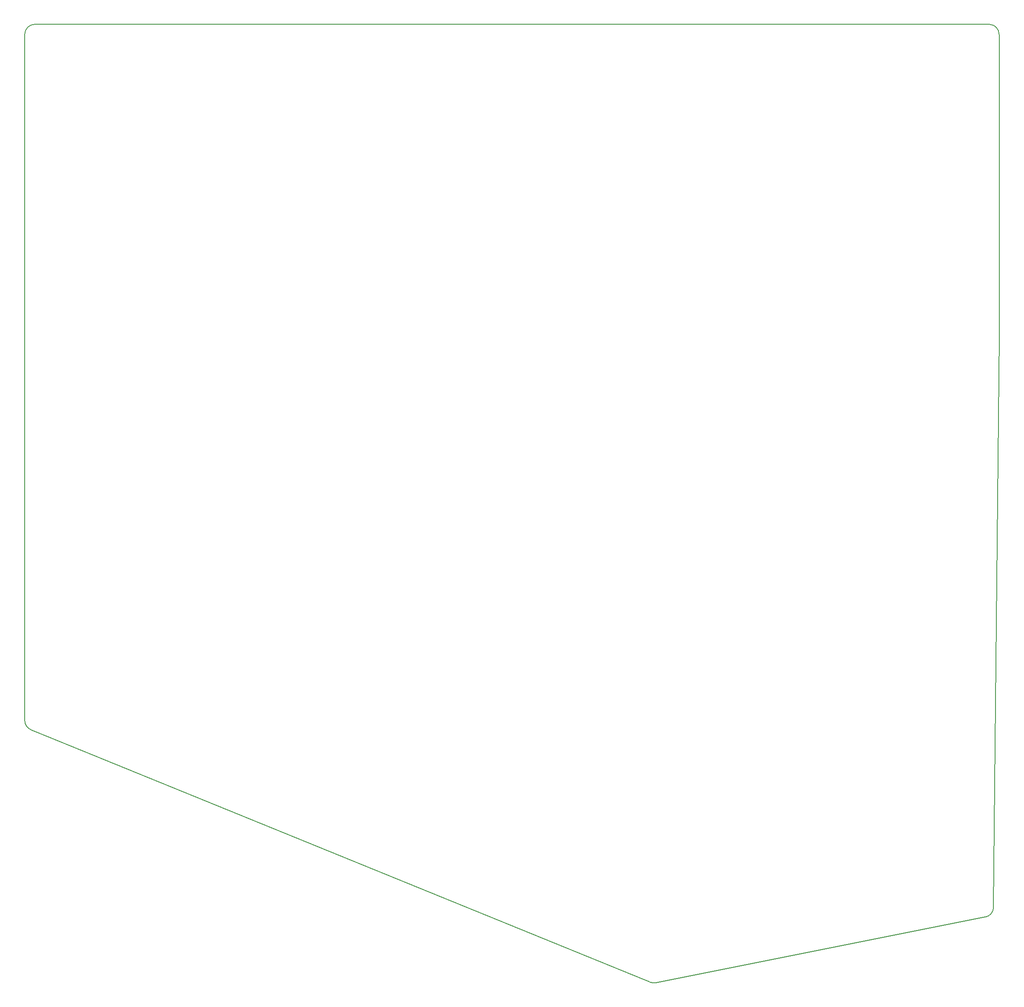
<source format=gbr>
%TF.GenerationSoftware,KiCad,Pcbnew,8.0.5*%
%TF.CreationDate,2024-10-12T19:47:22+02:00*%
%TF.ProjectId,finishedleftpcb,66696e69-7368-4656-946c-656674706362,v1.0.0*%
%TF.SameCoordinates,Original*%
%TF.FileFunction,Profile,NP*%
%FSLAX46Y46*%
G04 Gerber Fmt 4.6, Leading zero omitted, Abs format (unit mm)*
G04 Created by KiCad (PCBNEW 8.0.5) date 2024-10-12 19:47:22*
%MOMM*%
%LPD*%
G01*
G04 APERTURE LIST*
%TA.AperFunction,Profile*%
%ADD10C,0.150000*%
%TD*%
G04 APERTURE END LIST*
D10*
X245461601Y-47457468D02*
X245461601Y-107447609D01*
X242728820Y-223274503D02*
X177050971Y-236340221D01*
X51461601Y-184113409D02*
X51461601Y-47457468D01*
X245461601Y-107447610D02*
G75*
G02*
X245461504Y-107467334I-1985001J-90D01*
G01*
X175905210Y-236230460D02*
X52706066Y-185965210D01*
X245461504Y-107467334D02*
X244338496Y-221332666D01*
X244338496Y-221332666D02*
G75*
G02*
X242728811Y-223274458I-1999896J19766D01*
G01*
X53461601Y-45457468D02*
X243461601Y-45457468D01*
X52706066Y-185965210D02*
G75*
G02*
X51461592Y-184113409I755534J1851810D01*
G01*
X243461601Y-45457468D02*
G75*
G02*
X245461632Y-47457468I-1J-2000032D01*
G01*
X51461601Y-47457468D02*
G75*
G02*
X53461601Y-45457501I1999999J-32D01*
G01*
X177050971Y-236340221D02*
G75*
G02*
X175905201Y-236230482I-390271J1961521D01*
G01*
M02*

</source>
